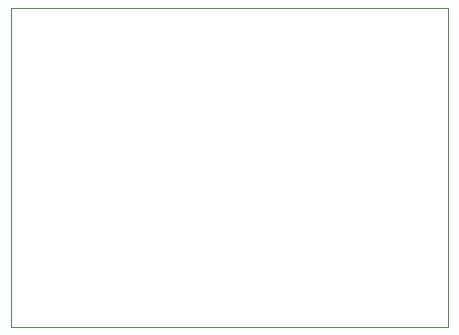
<source format=gko>
G04 Layer_Color=16711935*
%FSLAX25Y25*%
%MOIN*%
G70*
G01*
G75*
%ADD60C,0.00039*%
D60*
X0Y0D02*
X145669D01*
Y106299D01*
X0D02*
X145669D01*
X0Y0D02*
Y106299D01*
M02*

</source>
